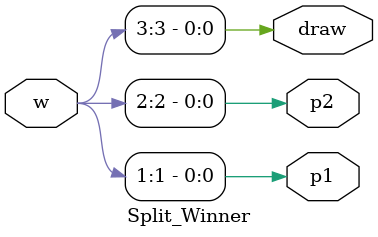
<source format=v>
module Split_Winner(p1, p2, draw, w);
	output p1, p2, draw;
	input [3:1]w;
	
	assign p1 = w[1];
	assign p2 = w[2];
	assign draw = w[3];
endmodule
</source>
